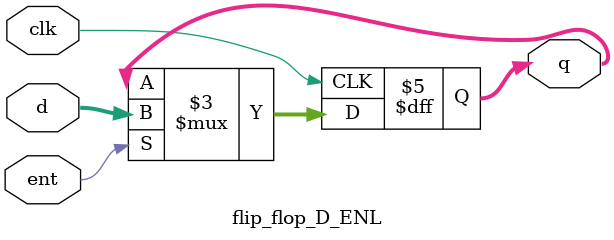
<source format=sv>
module flip_flop_D_ENL	
	#(parameter N = 4)
	(input logic clk, ent, input logic [N-1:0] d, output logic [N-1:0] q);
	
	always_ff @(posedge clk)
	begin
	
		if(ent)
			q <= d;
		else
			q <= q;
	
	end

endmodule

</source>
